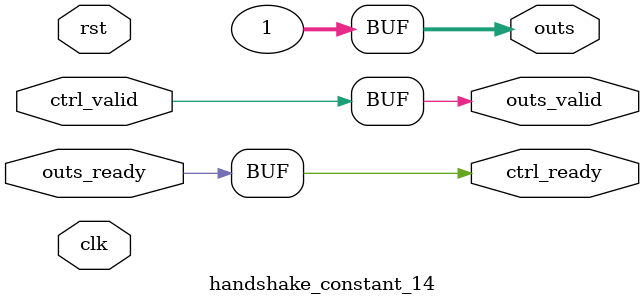
<source format=v>
`timescale 1ns / 1ps
module handshake_constant_14 #(
  parameter DATA_WIDTH = 32  // Default set to 32 bits
) (
  input                       clk,
  input                       rst,
  // Input Channel
  input                       ctrl_valid,
  output                      ctrl_ready,
  // Output Channel
  output [DATA_WIDTH - 1 : 0] outs,
  output                      outs_valid,
  input                       outs_ready
);
  assign outs       = 2'b01;
  assign outs_valid = ctrl_valid;
  assign ctrl_ready = outs_ready;

endmodule

</source>
